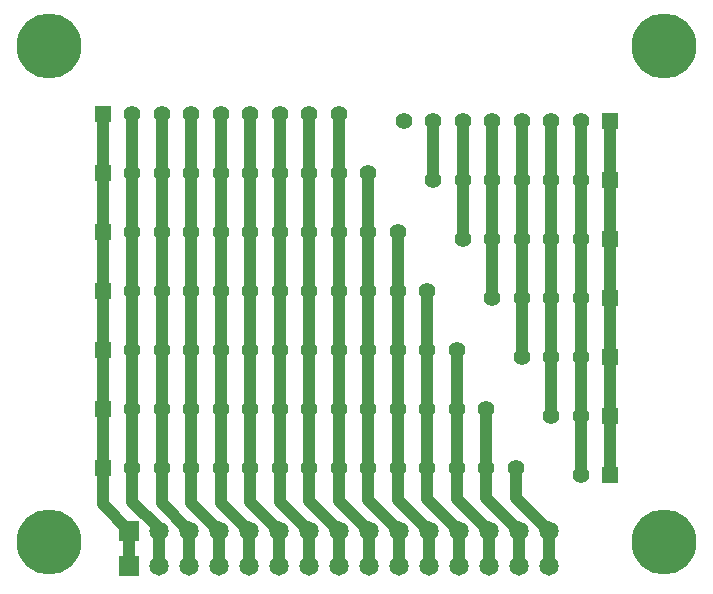
<source format=gtl>
%FSLAX33Y33*%
%MOMM*%
%AMRect-W1650000-H1650000-RO1.500*
21,1,1.65,1.65,0.,0.,90*%
%AMRect-W1400000-H1400000-RO1.000*
21,1,1.4,1.4,0.,0.,180*%
%ADD10C,1.*%
%ADD11C,5.5*%
%ADD12C,1.65*%
%ADD13Rect-W1650000-H1650000-RO1.500*%
%ADD14R,1.4X1.4*%
%ADD15C,1.4*%
%ADD16C,1.4*%
%ADD17Rect-W1400000-H1400000-RO1.000*%
D10*
%LNtop copper_traces*%
G01*
X36000Y7660D02*
X36000Y25300D01*
X23500Y7460D02*
X23500Y40300D01*
X31040Y5000D02*
X28500Y7540D01*
X15800Y5000D02*
X13500Y7300D01*
X33500Y7620D02*
X33500Y30300D01*
X43500Y7780D02*
X43500Y10300D01*
X46500Y14700D02*
X46500Y39700D01*
X23420Y5000D02*
X21000Y7420D01*
X16000Y7340D02*
X16000Y40300D01*
X28500Y5000D02*
X28500Y2000D01*
X11000Y7465D02*
X13260Y5205D01*
X15800Y2000D02*
X15800Y5000D01*
X41200Y5000D02*
X38500Y7700D01*
X41200Y2000D02*
X41200Y5000D01*
X36120Y5000D02*
X33500Y7620D01*
X8500Y7220D02*
X8500Y40300D01*
X21000Y7420D02*
X21000Y40300D01*
X43740Y5000D02*
X43740Y2000D01*
X39000Y39700D02*
X39000Y29700D01*
X51500Y9700D02*
X51500Y39700D01*
X26000Y7500D02*
X26000Y40300D01*
X18340Y5000D02*
X16000Y7340D01*
X31040Y2000D02*
X31040Y5000D01*
X25960Y5000D02*
X23500Y7460D01*
X10720Y5000D02*
X10720Y2000D01*
X25960Y2000D02*
X25960Y5000D01*
X18340Y5000D02*
X18340Y2000D01*
X23420Y5000D02*
X23420Y2000D01*
X10720Y5000D02*
X8500Y7220D01*
X46280Y5000D02*
X43500Y7780D01*
X18500Y7380D02*
X18500Y40300D01*
X20880Y5000D02*
X18500Y7380D01*
X11000Y7465D02*
X11000Y40300D01*
X33580Y5000D02*
X31000Y7580D01*
X36500Y34700D02*
X36500Y39700D01*
X28500Y7540D02*
X28500Y40300D01*
X41000Y7740D02*
X41000Y15300D01*
X41500Y24700D02*
X41500Y39700D01*
X31000Y7580D02*
X31000Y35300D01*
X38500Y7700D02*
X38500Y20300D01*
X46280Y2000D02*
X46280Y5000D01*
X44000Y19700D02*
X44000Y39700D01*
X36120Y2000D02*
X36120Y5000D01*
X49000Y9700D02*
X49000Y39700D01*
X38660Y5000D02*
X38660Y2000D01*
X38660Y5000D02*
X36000Y7660D01*
X43740Y5000D02*
X41000Y7740D01*
X13260Y2000D02*
X13260Y5000D01*
X28500Y5000D02*
X26000Y7500D01*
X33580Y5000D02*
X33580Y2000D01*
X20880Y2000D02*
X20880Y5000D01*
X13500Y7300D02*
X13500Y40300D01*
%LNtop copper component 312304718256dca2*%
D11*
X4000Y4000D03*
%LNtop copper component af4949e430c5f950*%
D12*
X13260Y2000D03*
X15800Y2000D03*
X18340Y2000D03*
X20880Y2000D03*
X23420Y2000D03*
X25960Y2000D03*
X28500Y2000D03*
X31040Y2000D03*
X33580Y2000D03*
X36120Y2000D03*
X38660Y2000D03*
X41200Y2000D03*
X43740Y2000D03*
X46280Y2000D03*
D13*
X10720Y2000D03*
%LNtop copper component 8278d696741b52da*%
D14*
X8500Y10300D03*
D15*
X11000Y10300D03*
X13500Y10300D03*
X16000Y10300D03*
X18500Y10300D03*
X21000Y10300D03*
X23500Y10300D03*
X26000Y10300D03*
X28500Y10300D03*
X31000Y10300D03*
X33500Y10300D03*
X36000Y10300D03*
X38500Y10300D03*
X41000Y10300D03*
X43500Y10300D03*
%LNtop copper component 08ce969612039e64*%
D16*
X49000Y39700D03*
X46500Y39700D03*
X44000Y39700D03*
X41500Y39700D03*
X39000Y39700D03*
X36500Y39700D03*
X34000Y39700D03*
D17*
X51500Y39700D03*
%LNtop copper component e805279d35b13680*%
D16*
X49000Y34700D03*
X46500Y34700D03*
X44000Y34700D03*
X41500Y34700D03*
X39000Y34700D03*
X36500Y34700D03*
D17*
X51500Y34700D03*
%LNtop copper component 16fab53d32d5a67c*%
D16*
X49000Y9700D03*
D17*
X51500Y9700D03*
%LNtop copper component a015b0e8d900f81e*%
D16*
X49000Y14700D03*
X46500Y14700D03*
D17*
X51500Y14700D03*
%LNtop copper component b3f41ef893718b1e*%
D14*
X8500Y25300D03*
D15*
X11000Y25300D03*
X13500Y25300D03*
X16000Y25300D03*
X18500Y25300D03*
X21000Y25300D03*
X23500Y25300D03*
X26000Y25300D03*
X28500Y25300D03*
X31000Y25300D03*
X33500Y25300D03*
X36000Y25300D03*
%LNtop copper component ad3850c414a05864*%
D16*
X49000Y29700D03*
X46500Y29700D03*
X44000Y29700D03*
X41500Y29700D03*
X39000Y29700D03*
D17*
X51500Y29700D03*
%LNtop copper component da7bfe2cf6314d72*%
D14*
X8500Y15300D03*
D15*
X11000Y15300D03*
X13500Y15300D03*
X16000Y15300D03*
X18500Y15300D03*
X21000Y15300D03*
X23500Y15300D03*
X26000Y15300D03*
X28500Y15300D03*
X31000Y15300D03*
X33500Y15300D03*
X36000Y15300D03*
X38500Y15300D03*
X41000Y15300D03*
%LNtop copper component 228893982379df3f*%
D16*
X49000Y19700D03*
X46500Y19700D03*
X44000Y19700D03*
D17*
X51500Y19700D03*
%LNtop copper component ae4397b8c1491a36*%
D12*
X13260Y5000D03*
X15800Y5000D03*
X18340Y5000D03*
X20880Y5000D03*
X23420Y5000D03*
X25960Y5000D03*
X28500Y5000D03*
X31040Y5000D03*
X33580Y5000D03*
X36120Y5000D03*
X38660Y5000D03*
X41200Y5000D03*
X43740Y5000D03*
X46280Y5000D03*
D13*
X10720Y5000D03*
%LNtop copper component 5071099a7d24bbfe*%
D11*
X56000Y4000D03*
%LNtop copper component da574c27139357db*%
D14*
X8500Y20300D03*
D15*
X11000Y20300D03*
X13500Y20300D03*
X16000Y20300D03*
X18500Y20300D03*
X21000Y20300D03*
X23500Y20300D03*
X26000Y20300D03*
X28500Y20300D03*
X31000Y20300D03*
X33500Y20300D03*
X36000Y20300D03*
X38500Y20300D03*
%LNtop copper component eafc2537431a66c3*%
D14*
X8500Y40300D03*
D15*
X11000Y40300D03*
X13500Y40300D03*
X16000Y40300D03*
X18500Y40300D03*
X21000Y40300D03*
X23500Y40300D03*
X26000Y40300D03*
X28500Y40300D03*
%LNtop copper component 0d8454b4dea2efd4*%
D11*
X4000Y46000D03*
%LNtop copper component b7702b93b57b5186*%
D14*
X8500Y30300D03*
D15*
X11000Y30300D03*
X13500Y30300D03*
X16000Y30300D03*
X18500Y30300D03*
X21000Y30300D03*
X23500Y30300D03*
X26000Y30300D03*
X28500Y30300D03*
X31000Y30300D03*
X33500Y30300D03*
%LNtop copper component b3d13cb211f619d0*%
D11*
X56000Y46000D03*
%LNtop copper component f237f16fae055c2f*%
D14*
X8500Y35300D03*
D15*
X11000Y35300D03*
X13500Y35300D03*
X16000Y35300D03*
X18500Y35300D03*
X21000Y35300D03*
X23500Y35300D03*
X26000Y35300D03*
X28500Y35300D03*
X31000Y35300D03*
%LNtop copper component 33b1766a393aa792*%
D16*
X49000Y24700D03*
X46500Y24700D03*
X44000Y24700D03*
X41500Y24700D03*
D17*
X51500Y24700D03*
M02*
</source>
